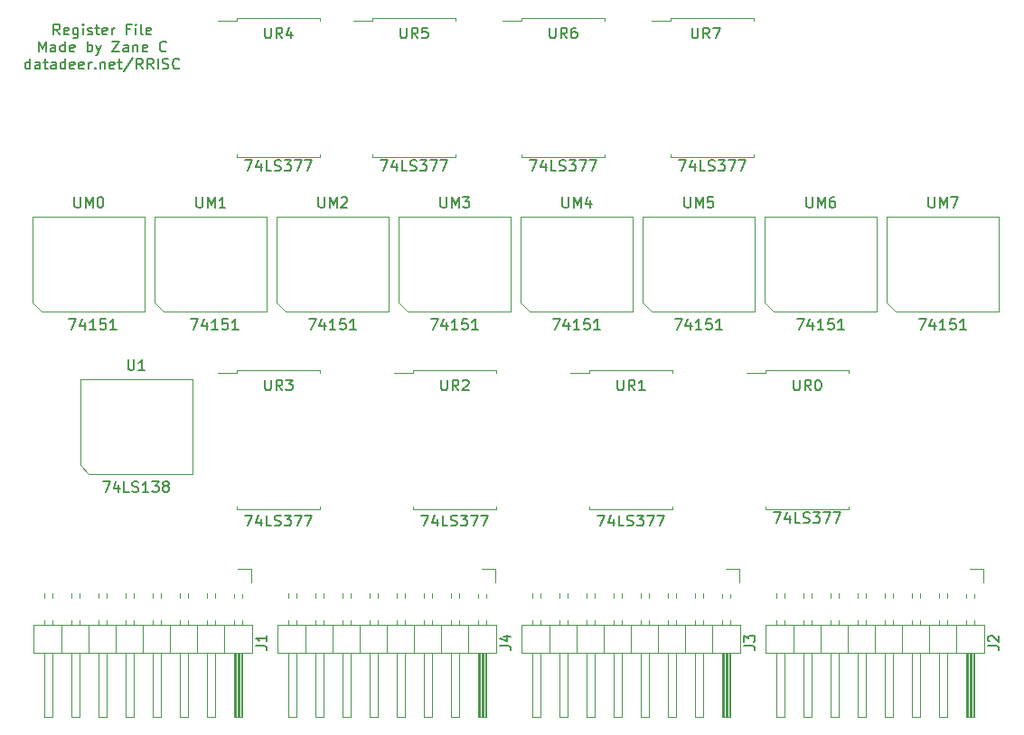
<source format=gbr>
%TF.GenerationSoftware,KiCad,Pcbnew,6.0.6-3a73a75311~116~ubuntu20.04.1*%
%TF.CreationDate,2022-06-25T17:28:11-07:00*%
%TF.ProjectId,RegisterFile,52656769-7374-4657-9246-696c652e6b69,rev?*%
%TF.SameCoordinates,Original*%
%TF.FileFunction,Legend,Top*%
%TF.FilePolarity,Positive*%
%FSLAX46Y46*%
G04 Gerber Fmt 4.6, Leading zero omitted, Abs format (unit mm)*
G04 Created by KiCad (PCBNEW 6.0.6-3a73a75311~116~ubuntu20.04.1) date 2022-06-25 17:28:11*
%MOMM*%
%LPD*%
G01*
G04 APERTURE LIST*
%ADD10C,0.150000*%
%ADD11C,0.120000*%
G04 APERTURE END LIST*
D10*
X101433809Y-69962380D02*
X101100476Y-69486190D01*
X100862380Y-69962380D02*
X100862380Y-68962380D01*
X101243333Y-68962380D01*
X101338571Y-69010000D01*
X101386190Y-69057619D01*
X101433809Y-69152857D01*
X101433809Y-69295714D01*
X101386190Y-69390952D01*
X101338571Y-69438571D01*
X101243333Y-69486190D01*
X100862380Y-69486190D01*
X102243333Y-69914761D02*
X102148095Y-69962380D01*
X101957619Y-69962380D01*
X101862380Y-69914761D01*
X101814761Y-69819523D01*
X101814761Y-69438571D01*
X101862380Y-69343333D01*
X101957619Y-69295714D01*
X102148095Y-69295714D01*
X102243333Y-69343333D01*
X102290952Y-69438571D01*
X102290952Y-69533809D01*
X101814761Y-69629047D01*
X103148095Y-69295714D02*
X103148095Y-70105238D01*
X103100476Y-70200476D01*
X103052857Y-70248095D01*
X102957619Y-70295714D01*
X102814761Y-70295714D01*
X102719523Y-70248095D01*
X103148095Y-69914761D02*
X103052857Y-69962380D01*
X102862380Y-69962380D01*
X102767142Y-69914761D01*
X102719523Y-69867142D01*
X102671904Y-69771904D01*
X102671904Y-69486190D01*
X102719523Y-69390952D01*
X102767142Y-69343333D01*
X102862380Y-69295714D01*
X103052857Y-69295714D01*
X103148095Y-69343333D01*
X103624285Y-69962380D02*
X103624285Y-69295714D01*
X103624285Y-68962380D02*
X103576666Y-69010000D01*
X103624285Y-69057619D01*
X103671904Y-69010000D01*
X103624285Y-68962380D01*
X103624285Y-69057619D01*
X104052857Y-69914761D02*
X104148095Y-69962380D01*
X104338571Y-69962380D01*
X104433809Y-69914761D01*
X104481428Y-69819523D01*
X104481428Y-69771904D01*
X104433809Y-69676666D01*
X104338571Y-69629047D01*
X104195714Y-69629047D01*
X104100476Y-69581428D01*
X104052857Y-69486190D01*
X104052857Y-69438571D01*
X104100476Y-69343333D01*
X104195714Y-69295714D01*
X104338571Y-69295714D01*
X104433809Y-69343333D01*
X104767142Y-69295714D02*
X105148095Y-69295714D01*
X104910000Y-68962380D02*
X104910000Y-69819523D01*
X104957619Y-69914761D01*
X105052857Y-69962380D01*
X105148095Y-69962380D01*
X105862380Y-69914761D02*
X105767142Y-69962380D01*
X105576666Y-69962380D01*
X105481428Y-69914761D01*
X105433809Y-69819523D01*
X105433809Y-69438571D01*
X105481428Y-69343333D01*
X105576666Y-69295714D01*
X105767142Y-69295714D01*
X105862380Y-69343333D01*
X105910000Y-69438571D01*
X105910000Y-69533809D01*
X105433809Y-69629047D01*
X106338571Y-69962380D02*
X106338571Y-69295714D01*
X106338571Y-69486190D02*
X106386190Y-69390952D01*
X106433809Y-69343333D01*
X106529047Y-69295714D01*
X106624285Y-69295714D01*
X108052857Y-69438571D02*
X107719523Y-69438571D01*
X107719523Y-69962380D02*
X107719523Y-68962380D01*
X108195714Y-68962380D01*
X108576666Y-69962380D02*
X108576666Y-69295714D01*
X108576666Y-68962380D02*
X108529047Y-69010000D01*
X108576666Y-69057619D01*
X108624285Y-69010000D01*
X108576666Y-68962380D01*
X108576666Y-69057619D01*
X109195714Y-69962380D02*
X109100476Y-69914761D01*
X109052857Y-69819523D01*
X109052857Y-68962380D01*
X109957619Y-69914761D02*
X109862380Y-69962380D01*
X109671904Y-69962380D01*
X109576666Y-69914761D01*
X109529047Y-69819523D01*
X109529047Y-69438571D01*
X109576666Y-69343333D01*
X109671904Y-69295714D01*
X109862380Y-69295714D01*
X109957619Y-69343333D01*
X110005238Y-69438571D01*
X110005238Y-69533809D01*
X109529047Y-69629047D01*
X99457619Y-71572380D02*
X99457619Y-70572380D01*
X99790952Y-71286666D01*
X100124285Y-70572380D01*
X100124285Y-71572380D01*
X101029047Y-71572380D02*
X101029047Y-71048571D01*
X100981428Y-70953333D01*
X100886190Y-70905714D01*
X100695714Y-70905714D01*
X100600476Y-70953333D01*
X101029047Y-71524761D02*
X100933809Y-71572380D01*
X100695714Y-71572380D01*
X100600476Y-71524761D01*
X100552857Y-71429523D01*
X100552857Y-71334285D01*
X100600476Y-71239047D01*
X100695714Y-71191428D01*
X100933809Y-71191428D01*
X101029047Y-71143809D01*
X101933809Y-71572380D02*
X101933809Y-70572380D01*
X101933809Y-71524761D02*
X101838571Y-71572380D01*
X101648095Y-71572380D01*
X101552857Y-71524761D01*
X101505238Y-71477142D01*
X101457619Y-71381904D01*
X101457619Y-71096190D01*
X101505238Y-71000952D01*
X101552857Y-70953333D01*
X101648095Y-70905714D01*
X101838571Y-70905714D01*
X101933809Y-70953333D01*
X102790952Y-71524761D02*
X102695714Y-71572380D01*
X102505238Y-71572380D01*
X102410000Y-71524761D01*
X102362380Y-71429523D01*
X102362380Y-71048571D01*
X102410000Y-70953333D01*
X102505238Y-70905714D01*
X102695714Y-70905714D01*
X102790952Y-70953333D01*
X102838571Y-71048571D01*
X102838571Y-71143809D01*
X102362380Y-71239047D01*
X104029047Y-71572380D02*
X104029047Y-70572380D01*
X104029047Y-70953333D02*
X104124285Y-70905714D01*
X104314761Y-70905714D01*
X104410000Y-70953333D01*
X104457619Y-71000952D01*
X104505238Y-71096190D01*
X104505238Y-71381904D01*
X104457619Y-71477142D01*
X104410000Y-71524761D01*
X104314761Y-71572380D01*
X104124285Y-71572380D01*
X104029047Y-71524761D01*
X104838571Y-70905714D02*
X105076666Y-71572380D01*
X105314761Y-70905714D02*
X105076666Y-71572380D01*
X104981428Y-71810476D01*
X104933809Y-71858095D01*
X104838571Y-71905714D01*
X106362380Y-70572380D02*
X107029047Y-70572380D01*
X106362380Y-71572380D01*
X107029047Y-71572380D01*
X107838571Y-71572380D02*
X107838571Y-71048571D01*
X107790952Y-70953333D01*
X107695714Y-70905714D01*
X107505238Y-70905714D01*
X107410000Y-70953333D01*
X107838571Y-71524761D02*
X107743333Y-71572380D01*
X107505238Y-71572380D01*
X107410000Y-71524761D01*
X107362380Y-71429523D01*
X107362380Y-71334285D01*
X107410000Y-71239047D01*
X107505238Y-71191428D01*
X107743333Y-71191428D01*
X107838571Y-71143809D01*
X108314761Y-70905714D02*
X108314761Y-71572380D01*
X108314761Y-71000952D02*
X108362380Y-70953333D01*
X108457619Y-70905714D01*
X108600476Y-70905714D01*
X108695714Y-70953333D01*
X108743333Y-71048571D01*
X108743333Y-71572380D01*
X109600476Y-71524761D02*
X109505238Y-71572380D01*
X109314761Y-71572380D01*
X109219523Y-71524761D01*
X109171904Y-71429523D01*
X109171904Y-71048571D01*
X109219523Y-70953333D01*
X109314761Y-70905714D01*
X109505238Y-70905714D01*
X109600476Y-70953333D01*
X109648095Y-71048571D01*
X109648095Y-71143809D01*
X109171904Y-71239047D01*
X111410000Y-71477142D02*
X111362380Y-71524761D01*
X111219523Y-71572380D01*
X111124285Y-71572380D01*
X110981428Y-71524761D01*
X110886190Y-71429523D01*
X110838571Y-71334285D01*
X110790952Y-71143809D01*
X110790952Y-71000952D01*
X110838571Y-70810476D01*
X110886190Y-70715238D01*
X110981428Y-70620000D01*
X111124285Y-70572380D01*
X111219523Y-70572380D01*
X111362380Y-70620000D01*
X111410000Y-70667619D01*
X98671904Y-73182380D02*
X98671904Y-72182380D01*
X98671904Y-73134761D02*
X98576666Y-73182380D01*
X98386190Y-73182380D01*
X98290952Y-73134761D01*
X98243333Y-73087142D01*
X98195714Y-72991904D01*
X98195714Y-72706190D01*
X98243333Y-72610952D01*
X98290952Y-72563333D01*
X98386190Y-72515714D01*
X98576666Y-72515714D01*
X98671904Y-72563333D01*
X99576666Y-73182380D02*
X99576666Y-72658571D01*
X99529047Y-72563333D01*
X99433809Y-72515714D01*
X99243333Y-72515714D01*
X99148095Y-72563333D01*
X99576666Y-73134761D02*
X99481428Y-73182380D01*
X99243333Y-73182380D01*
X99148095Y-73134761D01*
X99100476Y-73039523D01*
X99100476Y-72944285D01*
X99148095Y-72849047D01*
X99243333Y-72801428D01*
X99481428Y-72801428D01*
X99576666Y-72753809D01*
X99910000Y-72515714D02*
X100290952Y-72515714D01*
X100052857Y-72182380D02*
X100052857Y-73039523D01*
X100100476Y-73134761D01*
X100195714Y-73182380D01*
X100290952Y-73182380D01*
X101052857Y-73182380D02*
X101052857Y-72658571D01*
X101005238Y-72563333D01*
X100910000Y-72515714D01*
X100719523Y-72515714D01*
X100624285Y-72563333D01*
X101052857Y-73134761D02*
X100957619Y-73182380D01*
X100719523Y-73182380D01*
X100624285Y-73134761D01*
X100576666Y-73039523D01*
X100576666Y-72944285D01*
X100624285Y-72849047D01*
X100719523Y-72801428D01*
X100957619Y-72801428D01*
X101052857Y-72753809D01*
X101957619Y-73182380D02*
X101957619Y-72182380D01*
X101957619Y-73134761D02*
X101862380Y-73182380D01*
X101671904Y-73182380D01*
X101576666Y-73134761D01*
X101529047Y-73087142D01*
X101481428Y-72991904D01*
X101481428Y-72706190D01*
X101529047Y-72610952D01*
X101576666Y-72563333D01*
X101671904Y-72515714D01*
X101862380Y-72515714D01*
X101957619Y-72563333D01*
X102814761Y-73134761D02*
X102719523Y-73182380D01*
X102529047Y-73182380D01*
X102433809Y-73134761D01*
X102386190Y-73039523D01*
X102386190Y-72658571D01*
X102433809Y-72563333D01*
X102529047Y-72515714D01*
X102719523Y-72515714D01*
X102814761Y-72563333D01*
X102862380Y-72658571D01*
X102862380Y-72753809D01*
X102386190Y-72849047D01*
X103671904Y-73134761D02*
X103576666Y-73182380D01*
X103386190Y-73182380D01*
X103290952Y-73134761D01*
X103243333Y-73039523D01*
X103243333Y-72658571D01*
X103290952Y-72563333D01*
X103386190Y-72515714D01*
X103576666Y-72515714D01*
X103671904Y-72563333D01*
X103719523Y-72658571D01*
X103719523Y-72753809D01*
X103243333Y-72849047D01*
X104148095Y-73182380D02*
X104148095Y-72515714D01*
X104148095Y-72706190D02*
X104195714Y-72610952D01*
X104243333Y-72563333D01*
X104338571Y-72515714D01*
X104433809Y-72515714D01*
X104767142Y-73087142D02*
X104814761Y-73134761D01*
X104767142Y-73182380D01*
X104719523Y-73134761D01*
X104767142Y-73087142D01*
X104767142Y-73182380D01*
X105243333Y-72515714D02*
X105243333Y-73182380D01*
X105243333Y-72610952D02*
X105290952Y-72563333D01*
X105386190Y-72515714D01*
X105529047Y-72515714D01*
X105624285Y-72563333D01*
X105671904Y-72658571D01*
X105671904Y-73182380D01*
X106529047Y-73134761D02*
X106433809Y-73182380D01*
X106243333Y-73182380D01*
X106148095Y-73134761D01*
X106100476Y-73039523D01*
X106100476Y-72658571D01*
X106148095Y-72563333D01*
X106243333Y-72515714D01*
X106433809Y-72515714D01*
X106529047Y-72563333D01*
X106576666Y-72658571D01*
X106576666Y-72753809D01*
X106100476Y-72849047D01*
X106862380Y-72515714D02*
X107243333Y-72515714D01*
X107005238Y-72182380D02*
X107005238Y-73039523D01*
X107052857Y-73134761D01*
X107148095Y-73182380D01*
X107243333Y-73182380D01*
X108290952Y-72134761D02*
X107433809Y-73420476D01*
X109195714Y-73182380D02*
X108862380Y-72706190D01*
X108624285Y-73182380D02*
X108624285Y-72182380D01*
X109005238Y-72182380D01*
X109100476Y-72230000D01*
X109148095Y-72277619D01*
X109195714Y-72372857D01*
X109195714Y-72515714D01*
X109148095Y-72610952D01*
X109100476Y-72658571D01*
X109005238Y-72706190D01*
X108624285Y-72706190D01*
X110195714Y-73182380D02*
X109862380Y-72706190D01*
X109624285Y-73182380D02*
X109624285Y-72182380D01*
X110005238Y-72182380D01*
X110100476Y-72230000D01*
X110148095Y-72277619D01*
X110195714Y-72372857D01*
X110195714Y-72515714D01*
X110148095Y-72610952D01*
X110100476Y-72658571D01*
X110005238Y-72706190D01*
X109624285Y-72706190D01*
X110624285Y-73182380D02*
X110624285Y-72182380D01*
X111052857Y-73134761D02*
X111195714Y-73182380D01*
X111433809Y-73182380D01*
X111529047Y-73134761D01*
X111576666Y-73087142D01*
X111624285Y-72991904D01*
X111624285Y-72896666D01*
X111576666Y-72801428D01*
X111529047Y-72753809D01*
X111433809Y-72706190D01*
X111243333Y-72658571D01*
X111148095Y-72610952D01*
X111100476Y-72563333D01*
X111052857Y-72468095D01*
X111052857Y-72372857D01*
X111100476Y-72277619D01*
X111148095Y-72230000D01*
X111243333Y-72182380D01*
X111481428Y-72182380D01*
X111624285Y-72230000D01*
X112624285Y-73087142D02*
X112576666Y-73134761D01*
X112433809Y-73182380D01*
X112338571Y-73182380D01*
X112195714Y-73134761D01*
X112100476Y-73039523D01*
X112052857Y-72944285D01*
X112005238Y-72753809D01*
X112005238Y-72610952D01*
X112052857Y-72420476D01*
X112100476Y-72325238D01*
X112195714Y-72230000D01*
X112338571Y-72182380D01*
X112433809Y-72182380D01*
X112576666Y-72230000D01*
X112624285Y-72277619D01*
%TO.C,J4*%
X142692380Y-127273333D02*
X143406666Y-127273333D01*
X143549523Y-127320952D01*
X143644761Y-127416190D01*
X143692380Y-127559047D01*
X143692380Y-127654285D01*
X143025714Y-126368571D02*
X143692380Y-126368571D01*
X142644761Y-126606666D02*
X143359047Y-126844761D01*
X143359047Y-126225714D01*
%TO.C,J3*%
X165552380Y-127273333D02*
X166266666Y-127273333D01*
X166409523Y-127320952D01*
X166504761Y-127416190D01*
X166552380Y-127559047D01*
X166552380Y-127654285D01*
X165552380Y-126892380D02*
X165552380Y-126273333D01*
X165933333Y-126606666D01*
X165933333Y-126463809D01*
X165980952Y-126368571D01*
X166028571Y-126320952D01*
X166123809Y-126273333D01*
X166361904Y-126273333D01*
X166457142Y-126320952D01*
X166504761Y-126368571D01*
X166552380Y-126463809D01*
X166552380Y-126749523D01*
X166504761Y-126844761D01*
X166457142Y-126892380D01*
%TO.C,J2*%
X188412380Y-127273333D02*
X189126666Y-127273333D01*
X189269523Y-127320952D01*
X189364761Y-127416190D01*
X189412380Y-127559047D01*
X189412380Y-127654285D01*
X188507619Y-126844761D02*
X188460000Y-126797142D01*
X188412380Y-126701904D01*
X188412380Y-126463809D01*
X188460000Y-126368571D01*
X188507619Y-126320952D01*
X188602857Y-126273333D01*
X188698095Y-126273333D01*
X188840952Y-126320952D01*
X189412380Y-126892380D01*
X189412380Y-126273333D01*
%TO.C,J1*%
X119832380Y-127273333D02*
X120546666Y-127273333D01*
X120689523Y-127320952D01*
X120784761Y-127416190D01*
X120832380Y-127559047D01*
X120832380Y-127654285D01*
X120832380Y-126273333D02*
X120832380Y-126844761D01*
X120832380Y-126559047D02*
X119832380Y-126559047D01*
X119975238Y-126654285D01*
X120070476Y-126749523D01*
X120118095Y-126844761D01*
%TO.C,UR7*%
X160663095Y-69302380D02*
X160663095Y-70111904D01*
X160710714Y-70207142D01*
X160758333Y-70254761D01*
X160853571Y-70302380D01*
X161044047Y-70302380D01*
X161139285Y-70254761D01*
X161186904Y-70207142D01*
X161234523Y-70111904D01*
X161234523Y-69302380D01*
X162282142Y-70302380D02*
X161948809Y-69826190D01*
X161710714Y-70302380D02*
X161710714Y-69302380D01*
X162091666Y-69302380D01*
X162186904Y-69350000D01*
X162234523Y-69397619D01*
X162282142Y-69492857D01*
X162282142Y-69635714D01*
X162234523Y-69730952D01*
X162186904Y-69778571D01*
X162091666Y-69826190D01*
X161710714Y-69826190D01*
X162615476Y-69302380D02*
X163282142Y-69302380D01*
X162853571Y-70302380D01*
X159440952Y-81732380D02*
X160107619Y-81732380D01*
X159679047Y-82732380D01*
X160917142Y-82065714D02*
X160917142Y-82732380D01*
X160679047Y-81684761D02*
X160440952Y-82399047D01*
X161060000Y-82399047D01*
X161917142Y-82732380D02*
X161440952Y-82732380D01*
X161440952Y-81732380D01*
X162202857Y-82684761D02*
X162345714Y-82732380D01*
X162583809Y-82732380D01*
X162679047Y-82684761D01*
X162726666Y-82637142D01*
X162774285Y-82541904D01*
X162774285Y-82446666D01*
X162726666Y-82351428D01*
X162679047Y-82303809D01*
X162583809Y-82256190D01*
X162393333Y-82208571D01*
X162298095Y-82160952D01*
X162250476Y-82113333D01*
X162202857Y-82018095D01*
X162202857Y-81922857D01*
X162250476Y-81827619D01*
X162298095Y-81780000D01*
X162393333Y-81732380D01*
X162631428Y-81732380D01*
X162774285Y-81780000D01*
X163107619Y-81732380D02*
X163726666Y-81732380D01*
X163393333Y-82113333D01*
X163536190Y-82113333D01*
X163631428Y-82160952D01*
X163679047Y-82208571D01*
X163726666Y-82303809D01*
X163726666Y-82541904D01*
X163679047Y-82637142D01*
X163631428Y-82684761D01*
X163536190Y-82732380D01*
X163250476Y-82732380D01*
X163155238Y-82684761D01*
X163107619Y-82637142D01*
X164060000Y-81732380D02*
X164726666Y-81732380D01*
X164298095Y-82732380D01*
X165012380Y-81732380D02*
X165679047Y-81732380D01*
X165250476Y-82732380D01*
%TO.C,UM7*%
X182816666Y-85177380D02*
X182816666Y-85986904D01*
X182864285Y-86082142D01*
X182911904Y-86129761D01*
X183007142Y-86177380D01*
X183197619Y-86177380D01*
X183292857Y-86129761D01*
X183340476Y-86082142D01*
X183388095Y-85986904D01*
X183388095Y-85177380D01*
X183864285Y-86177380D02*
X183864285Y-85177380D01*
X184197619Y-85891666D01*
X184530952Y-85177380D01*
X184530952Y-86177380D01*
X184911904Y-85177380D02*
X185578571Y-85177380D01*
X185150000Y-86177380D01*
X181911904Y-96607380D02*
X182578571Y-96607380D01*
X182150000Y-97607380D01*
X183388095Y-96940714D02*
X183388095Y-97607380D01*
X183150000Y-96559761D02*
X182911904Y-97274047D01*
X183530952Y-97274047D01*
X184435714Y-97607380D02*
X183864285Y-97607380D01*
X184150000Y-97607380D02*
X184150000Y-96607380D01*
X184054761Y-96750238D01*
X183959523Y-96845476D01*
X183864285Y-96893095D01*
X185340476Y-96607380D02*
X184864285Y-96607380D01*
X184816666Y-97083571D01*
X184864285Y-97035952D01*
X184959523Y-96988333D01*
X185197619Y-96988333D01*
X185292857Y-97035952D01*
X185340476Y-97083571D01*
X185388095Y-97178809D01*
X185388095Y-97416904D01*
X185340476Y-97512142D01*
X185292857Y-97559761D01*
X185197619Y-97607380D01*
X184959523Y-97607380D01*
X184864285Y-97559761D01*
X184816666Y-97512142D01*
X186340476Y-97607380D02*
X185769047Y-97607380D01*
X186054761Y-97607380D02*
X186054761Y-96607380D01*
X185959523Y-96750238D01*
X185864285Y-96845476D01*
X185769047Y-96893095D01*
%TO.C,UM2*%
X125666666Y-85177380D02*
X125666666Y-85986904D01*
X125714285Y-86082142D01*
X125761904Y-86129761D01*
X125857142Y-86177380D01*
X126047619Y-86177380D01*
X126142857Y-86129761D01*
X126190476Y-86082142D01*
X126238095Y-85986904D01*
X126238095Y-85177380D01*
X126714285Y-86177380D02*
X126714285Y-85177380D01*
X127047619Y-85891666D01*
X127380952Y-85177380D01*
X127380952Y-86177380D01*
X127809523Y-85272619D02*
X127857142Y-85225000D01*
X127952380Y-85177380D01*
X128190476Y-85177380D01*
X128285714Y-85225000D01*
X128333333Y-85272619D01*
X128380952Y-85367857D01*
X128380952Y-85463095D01*
X128333333Y-85605952D01*
X127761904Y-86177380D01*
X128380952Y-86177380D01*
X124761904Y-96607380D02*
X125428571Y-96607380D01*
X125000000Y-97607380D01*
X126238095Y-96940714D02*
X126238095Y-97607380D01*
X126000000Y-96559761D02*
X125761904Y-97274047D01*
X126380952Y-97274047D01*
X127285714Y-97607380D02*
X126714285Y-97607380D01*
X127000000Y-97607380D02*
X127000000Y-96607380D01*
X126904761Y-96750238D01*
X126809523Y-96845476D01*
X126714285Y-96893095D01*
X128190476Y-96607380D02*
X127714285Y-96607380D01*
X127666666Y-97083571D01*
X127714285Y-97035952D01*
X127809523Y-96988333D01*
X128047619Y-96988333D01*
X128142857Y-97035952D01*
X128190476Y-97083571D01*
X128238095Y-97178809D01*
X128238095Y-97416904D01*
X128190476Y-97512142D01*
X128142857Y-97559761D01*
X128047619Y-97607380D01*
X127809523Y-97607380D01*
X127714285Y-97559761D01*
X127666666Y-97512142D01*
X129190476Y-97607380D02*
X128619047Y-97607380D01*
X128904761Y-97607380D02*
X128904761Y-96607380D01*
X128809523Y-96750238D01*
X128714285Y-96845476D01*
X128619047Y-96893095D01*
%TO.C,UR0*%
X170188095Y-102322380D02*
X170188095Y-103131904D01*
X170235714Y-103227142D01*
X170283333Y-103274761D01*
X170378571Y-103322380D01*
X170569047Y-103322380D01*
X170664285Y-103274761D01*
X170711904Y-103227142D01*
X170759523Y-103131904D01*
X170759523Y-102322380D01*
X171807142Y-103322380D02*
X171473809Y-102846190D01*
X171235714Y-103322380D02*
X171235714Y-102322380D01*
X171616666Y-102322380D01*
X171711904Y-102370000D01*
X171759523Y-102417619D01*
X171807142Y-102512857D01*
X171807142Y-102655714D01*
X171759523Y-102750952D01*
X171711904Y-102798571D01*
X171616666Y-102846190D01*
X171235714Y-102846190D01*
X172426190Y-102322380D02*
X172521428Y-102322380D01*
X172616666Y-102370000D01*
X172664285Y-102417619D01*
X172711904Y-102512857D01*
X172759523Y-102703333D01*
X172759523Y-102941428D01*
X172711904Y-103131904D01*
X172664285Y-103227142D01*
X172616666Y-103274761D01*
X172521428Y-103322380D01*
X172426190Y-103322380D01*
X172330952Y-103274761D01*
X172283333Y-103227142D01*
X172235714Y-103131904D01*
X172188095Y-102941428D01*
X172188095Y-102703333D01*
X172235714Y-102512857D01*
X172283333Y-102417619D01*
X172330952Y-102370000D01*
X172426190Y-102322380D01*
X168330952Y-114752380D02*
X168997619Y-114752380D01*
X168569047Y-115752380D01*
X169807142Y-115085714D02*
X169807142Y-115752380D01*
X169569047Y-114704761D02*
X169330952Y-115419047D01*
X169950000Y-115419047D01*
X170807142Y-115752380D02*
X170330952Y-115752380D01*
X170330952Y-114752380D01*
X171092857Y-115704761D02*
X171235714Y-115752380D01*
X171473809Y-115752380D01*
X171569047Y-115704761D01*
X171616666Y-115657142D01*
X171664285Y-115561904D01*
X171664285Y-115466666D01*
X171616666Y-115371428D01*
X171569047Y-115323809D01*
X171473809Y-115276190D01*
X171283333Y-115228571D01*
X171188095Y-115180952D01*
X171140476Y-115133333D01*
X171092857Y-115038095D01*
X171092857Y-114942857D01*
X171140476Y-114847619D01*
X171188095Y-114800000D01*
X171283333Y-114752380D01*
X171521428Y-114752380D01*
X171664285Y-114800000D01*
X171997619Y-114752380D02*
X172616666Y-114752380D01*
X172283333Y-115133333D01*
X172426190Y-115133333D01*
X172521428Y-115180952D01*
X172569047Y-115228571D01*
X172616666Y-115323809D01*
X172616666Y-115561904D01*
X172569047Y-115657142D01*
X172521428Y-115704761D01*
X172426190Y-115752380D01*
X172140476Y-115752380D01*
X172045238Y-115704761D01*
X171997619Y-115657142D01*
X172950000Y-114752380D02*
X173616666Y-114752380D01*
X173188095Y-115752380D01*
X173902380Y-114752380D02*
X174569047Y-114752380D01*
X174140476Y-115752380D01*
%TO.C,UM1*%
X114236666Y-85177380D02*
X114236666Y-85986904D01*
X114284285Y-86082142D01*
X114331904Y-86129761D01*
X114427142Y-86177380D01*
X114617619Y-86177380D01*
X114712857Y-86129761D01*
X114760476Y-86082142D01*
X114808095Y-85986904D01*
X114808095Y-85177380D01*
X115284285Y-86177380D02*
X115284285Y-85177380D01*
X115617619Y-85891666D01*
X115950952Y-85177380D01*
X115950952Y-86177380D01*
X116950952Y-86177380D02*
X116379523Y-86177380D01*
X116665238Y-86177380D02*
X116665238Y-85177380D01*
X116570000Y-85320238D01*
X116474761Y-85415476D01*
X116379523Y-85463095D01*
X113731904Y-96607380D02*
X114398571Y-96607380D01*
X113970000Y-97607380D01*
X115208095Y-96940714D02*
X115208095Y-97607380D01*
X114970000Y-96559761D02*
X114731904Y-97274047D01*
X115350952Y-97274047D01*
X116255714Y-97607380D02*
X115684285Y-97607380D01*
X115970000Y-97607380D02*
X115970000Y-96607380D01*
X115874761Y-96750238D01*
X115779523Y-96845476D01*
X115684285Y-96893095D01*
X117160476Y-96607380D02*
X116684285Y-96607380D01*
X116636666Y-97083571D01*
X116684285Y-97035952D01*
X116779523Y-96988333D01*
X117017619Y-96988333D01*
X117112857Y-97035952D01*
X117160476Y-97083571D01*
X117208095Y-97178809D01*
X117208095Y-97416904D01*
X117160476Y-97512142D01*
X117112857Y-97559761D01*
X117017619Y-97607380D01*
X116779523Y-97607380D01*
X116684285Y-97559761D01*
X116636666Y-97512142D01*
X118160476Y-97607380D02*
X117589047Y-97607380D01*
X117874761Y-97607380D02*
X117874761Y-96607380D01*
X117779523Y-96750238D01*
X117684285Y-96845476D01*
X117589047Y-96893095D01*
%TO.C,UR3*%
X120658095Y-102322380D02*
X120658095Y-103131904D01*
X120705714Y-103227142D01*
X120753333Y-103274761D01*
X120848571Y-103322380D01*
X121039047Y-103322380D01*
X121134285Y-103274761D01*
X121181904Y-103227142D01*
X121229523Y-103131904D01*
X121229523Y-102322380D01*
X122277142Y-103322380D02*
X121943809Y-102846190D01*
X121705714Y-103322380D02*
X121705714Y-102322380D01*
X122086666Y-102322380D01*
X122181904Y-102370000D01*
X122229523Y-102417619D01*
X122277142Y-102512857D01*
X122277142Y-102655714D01*
X122229523Y-102750952D01*
X122181904Y-102798571D01*
X122086666Y-102846190D01*
X121705714Y-102846190D01*
X122610476Y-102322380D02*
X123229523Y-102322380D01*
X122896190Y-102703333D01*
X123039047Y-102703333D01*
X123134285Y-102750952D01*
X123181904Y-102798571D01*
X123229523Y-102893809D01*
X123229523Y-103131904D01*
X123181904Y-103227142D01*
X123134285Y-103274761D01*
X123039047Y-103322380D01*
X122753333Y-103322380D01*
X122658095Y-103274761D01*
X122610476Y-103227142D01*
X118800952Y-115022380D02*
X119467619Y-115022380D01*
X119039047Y-116022380D01*
X120277142Y-115355714D02*
X120277142Y-116022380D01*
X120039047Y-114974761D02*
X119800952Y-115689047D01*
X120420000Y-115689047D01*
X121277142Y-116022380D02*
X120800952Y-116022380D01*
X120800952Y-115022380D01*
X121562857Y-115974761D02*
X121705714Y-116022380D01*
X121943809Y-116022380D01*
X122039047Y-115974761D01*
X122086666Y-115927142D01*
X122134285Y-115831904D01*
X122134285Y-115736666D01*
X122086666Y-115641428D01*
X122039047Y-115593809D01*
X121943809Y-115546190D01*
X121753333Y-115498571D01*
X121658095Y-115450952D01*
X121610476Y-115403333D01*
X121562857Y-115308095D01*
X121562857Y-115212857D01*
X121610476Y-115117619D01*
X121658095Y-115070000D01*
X121753333Y-115022380D01*
X121991428Y-115022380D01*
X122134285Y-115070000D01*
X122467619Y-115022380D02*
X123086666Y-115022380D01*
X122753333Y-115403333D01*
X122896190Y-115403333D01*
X122991428Y-115450952D01*
X123039047Y-115498571D01*
X123086666Y-115593809D01*
X123086666Y-115831904D01*
X123039047Y-115927142D01*
X122991428Y-115974761D01*
X122896190Y-116022380D01*
X122610476Y-116022380D01*
X122515238Y-115974761D01*
X122467619Y-115927142D01*
X123420000Y-115022380D02*
X124086666Y-115022380D01*
X123658095Y-116022380D01*
X124372380Y-115022380D02*
X125039047Y-115022380D01*
X124610476Y-116022380D01*
%TO.C,UM6*%
X171386666Y-85177380D02*
X171386666Y-85986904D01*
X171434285Y-86082142D01*
X171481904Y-86129761D01*
X171577142Y-86177380D01*
X171767619Y-86177380D01*
X171862857Y-86129761D01*
X171910476Y-86082142D01*
X171958095Y-85986904D01*
X171958095Y-85177380D01*
X172434285Y-86177380D02*
X172434285Y-85177380D01*
X172767619Y-85891666D01*
X173100952Y-85177380D01*
X173100952Y-86177380D01*
X174005714Y-85177380D02*
X173815238Y-85177380D01*
X173720000Y-85225000D01*
X173672380Y-85272619D01*
X173577142Y-85415476D01*
X173529523Y-85605952D01*
X173529523Y-85986904D01*
X173577142Y-86082142D01*
X173624761Y-86129761D01*
X173720000Y-86177380D01*
X173910476Y-86177380D01*
X174005714Y-86129761D01*
X174053333Y-86082142D01*
X174100952Y-85986904D01*
X174100952Y-85748809D01*
X174053333Y-85653571D01*
X174005714Y-85605952D01*
X173910476Y-85558333D01*
X173720000Y-85558333D01*
X173624761Y-85605952D01*
X173577142Y-85653571D01*
X173529523Y-85748809D01*
X170481904Y-96607380D02*
X171148571Y-96607380D01*
X170720000Y-97607380D01*
X171958095Y-96940714D02*
X171958095Y-97607380D01*
X171720000Y-96559761D02*
X171481904Y-97274047D01*
X172100952Y-97274047D01*
X173005714Y-97607380D02*
X172434285Y-97607380D01*
X172720000Y-97607380D02*
X172720000Y-96607380D01*
X172624761Y-96750238D01*
X172529523Y-96845476D01*
X172434285Y-96893095D01*
X173910476Y-96607380D02*
X173434285Y-96607380D01*
X173386666Y-97083571D01*
X173434285Y-97035952D01*
X173529523Y-96988333D01*
X173767619Y-96988333D01*
X173862857Y-97035952D01*
X173910476Y-97083571D01*
X173958095Y-97178809D01*
X173958095Y-97416904D01*
X173910476Y-97512142D01*
X173862857Y-97559761D01*
X173767619Y-97607380D01*
X173529523Y-97607380D01*
X173434285Y-97559761D01*
X173386666Y-97512142D01*
X174910476Y-97607380D02*
X174339047Y-97607380D01*
X174624761Y-97607380D02*
X174624761Y-96607380D01*
X174529523Y-96750238D01*
X174434285Y-96845476D01*
X174339047Y-96893095D01*
%TO.C,UR2*%
X137168095Y-102322380D02*
X137168095Y-103131904D01*
X137215714Y-103227142D01*
X137263333Y-103274761D01*
X137358571Y-103322380D01*
X137549047Y-103322380D01*
X137644285Y-103274761D01*
X137691904Y-103227142D01*
X137739523Y-103131904D01*
X137739523Y-102322380D01*
X138787142Y-103322380D02*
X138453809Y-102846190D01*
X138215714Y-103322380D02*
X138215714Y-102322380D01*
X138596666Y-102322380D01*
X138691904Y-102370000D01*
X138739523Y-102417619D01*
X138787142Y-102512857D01*
X138787142Y-102655714D01*
X138739523Y-102750952D01*
X138691904Y-102798571D01*
X138596666Y-102846190D01*
X138215714Y-102846190D01*
X139168095Y-102417619D02*
X139215714Y-102370000D01*
X139310952Y-102322380D01*
X139549047Y-102322380D01*
X139644285Y-102370000D01*
X139691904Y-102417619D01*
X139739523Y-102512857D01*
X139739523Y-102608095D01*
X139691904Y-102750952D01*
X139120476Y-103322380D01*
X139739523Y-103322380D01*
X135310952Y-115022380D02*
X135977619Y-115022380D01*
X135549047Y-116022380D01*
X136787142Y-115355714D02*
X136787142Y-116022380D01*
X136549047Y-114974761D02*
X136310952Y-115689047D01*
X136930000Y-115689047D01*
X137787142Y-116022380D02*
X137310952Y-116022380D01*
X137310952Y-115022380D01*
X138072857Y-115974761D02*
X138215714Y-116022380D01*
X138453809Y-116022380D01*
X138549047Y-115974761D01*
X138596666Y-115927142D01*
X138644285Y-115831904D01*
X138644285Y-115736666D01*
X138596666Y-115641428D01*
X138549047Y-115593809D01*
X138453809Y-115546190D01*
X138263333Y-115498571D01*
X138168095Y-115450952D01*
X138120476Y-115403333D01*
X138072857Y-115308095D01*
X138072857Y-115212857D01*
X138120476Y-115117619D01*
X138168095Y-115070000D01*
X138263333Y-115022380D01*
X138501428Y-115022380D01*
X138644285Y-115070000D01*
X138977619Y-115022380D02*
X139596666Y-115022380D01*
X139263333Y-115403333D01*
X139406190Y-115403333D01*
X139501428Y-115450952D01*
X139549047Y-115498571D01*
X139596666Y-115593809D01*
X139596666Y-115831904D01*
X139549047Y-115927142D01*
X139501428Y-115974761D01*
X139406190Y-116022380D01*
X139120476Y-116022380D01*
X139025238Y-115974761D01*
X138977619Y-115927142D01*
X139930000Y-115022380D02*
X140596666Y-115022380D01*
X140168095Y-116022380D01*
X140882380Y-115022380D02*
X141549047Y-115022380D01*
X141120476Y-116022380D01*
%TO.C,UR6*%
X147328095Y-69302380D02*
X147328095Y-70111904D01*
X147375714Y-70207142D01*
X147423333Y-70254761D01*
X147518571Y-70302380D01*
X147709047Y-70302380D01*
X147804285Y-70254761D01*
X147851904Y-70207142D01*
X147899523Y-70111904D01*
X147899523Y-69302380D01*
X148947142Y-70302380D02*
X148613809Y-69826190D01*
X148375714Y-70302380D02*
X148375714Y-69302380D01*
X148756666Y-69302380D01*
X148851904Y-69350000D01*
X148899523Y-69397619D01*
X148947142Y-69492857D01*
X148947142Y-69635714D01*
X148899523Y-69730952D01*
X148851904Y-69778571D01*
X148756666Y-69826190D01*
X148375714Y-69826190D01*
X149804285Y-69302380D02*
X149613809Y-69302380D01*
X149518571Y-69350000D01*
X149470952Y-69397619D01*
X149375714Y-69540476D01*
X149328095Y-69730952D01*
X149328095Y-70111904D01*
X149375714Y-70207142D01*
X149423333Y-70254761D01*
X149518571Y-70302380D01*
X149709047Y-70302380D01*
X149804285Y-70254761D01*
X149851904Y-70207142D01*
X149899523Y-70111904D01*
X149899523Y-69873809D01*
X149851904Y-69778571D01*
X149804285Y-69730952D01*
X149709047Y-69683333D01*
X149518571Y-69683333D01*
X149423333Y-69730952D01*
X149375714Y-69778571D01*
X149328095Y-69873809D01*
X145470952Y-81732380D02*
X146137619Y-81732380D01*
X145709047Y-82732380D01*
X146947142Y-82065714D02*
X146947142Y-82732380D01*
X146709047Y-81684761D02*
X146470952Y-82399047D01*
X147090000Y-82399047D01*
X147947142Y-82732380D02*
X147470952Y-82732380D01*
X147470952Y-81732380D01*
X148232857Y-82684761D02*
X148375714Y-82732380D01*
X148613809Y-82732380D01*
X148709047Y-82684761D01*
X148756666Y-82637142D01*
X148804285Y-82541904D01*
X148804285Y-82446666D01*
X148756666Y-82351428D01*
X148709047Y-82303809D01*
X148613809Y-82256190D01*
X148423333Y-82208571D01*
X148328095Y-82160952D01*
X148280476Y-82113333D01*
X148232857Y-82018095D01*
X148232857Y-81922857D01*
X148280476Y-81827619D01*
X148328095Y-81780000D01*
X148423333Y-81732380D01*
X148661428Y-81732380D01*
X148804285Y-81780000D01*
X149137619Y-81732380D02*
X149756666Y-81732380D01*
X149423333Y-82113333D01*
X149566190Y-82113333D01*
X149661428Y-82160952D01*
X149709047Y-82208571D01*
X149756666Y-82303809D01*
X149756666Y-82541904D01*
X149709047Y-82637142D01*
X149661428Y-82684761D01*
X149566190Y-82732380D01*
X149280476Y-82732380D01*
X149185238Y-82684761D01*
X149137619Y-82637142D01*
X150090000Y-81732380D02*
X150756666Y-81732380D01*
X150328095Y-82732380D01*
X151042380Y-81732380D02*
X151709047Y-81732380D01*
X151280476Y-82732380D01*
%TO.C,U1*%
X107823095Y-100417380D02*
X107823095Y-101226904D01*
X107870714Y-101322142D01*
X107918333Y-101369761D01*
X108013571Y-101417380D01*
X108204047Y-101417380D01*
X108299285Y-101369761D01*
X108346904Y-101322142D01*
X108394523Y-101226904D01*
X108394523Y-100417380D01*
X109394523Y-101417380D02*
X108823095Y-101417380D01*
X109108809Y-101417380D02*
X109108809Y-100417380D01*
X109013571Y-100560238D01*
X108918333Y-100655476D01*
X108823095Y-100703095D01*
X105465952Y-111847380D02*
X106132619Y-111847380D01*
X105704047Y-112847380D01*
X106942142Y-112180714D02*
X106942142Y-112847380D01*
X106704047Y-111799761D02*
X106465952Y-112514047D01*
X107085000Y-112514047D01*
X107942142Y-112847380D02*
X107465952Y-112847380D01*
X107465952Y-111847380D01*
X108227857Y-112799761D02*
X108370714Y-112847380D01*
X108608809Y-112847380D01*
X108704047Y-112799761D01*
X108751666Y-112752142D01*
X108799285Y-112656904D01*
X108799285Y-112561666D01*
X108751666Y-112466428D01*
X108704047Y-112418809D01*
X108608809Y-112371190D01*
X108418333Y-112323571D01*
X108323095Y-112275952D01*
X108275476Y-112228333D01*
X108227857Y-112133095D01*
X108227857Y-112037857D01*
X108275476Y-111942619D01*
X108323095Y-111895000D01*
X108418333Y-111847380D01*
X108656428Y-111847380D01*
X108799285Y-111895000D01*
X109751666Y-112847380D02*
X109180238Y-112847380D01*
X109465952Y-112847380D02*
X109465952Y-111847380D01*
X109370714Y-111990238D01*
X109275476Y-112085476D01*
X109180238Y-112133095D01*
X110085000Y-111847380D02*
X110704047Y-111847380D01*
X110370714Y-112228333D01*
X110513571Y-112228333D01*
X110608809Y-112275952D01*
X110656428Y-112323571D01*
X110704047Y-112418809D01*
X110704047Y-112656904D01*
X110656428Y-112752142D01*
X110608809Y-112799761D01*
X110513571Y-112847380D01*
X110227857Y-112847380D01*
X110132619Y-112799761D01*
X110085000Y-112752142D01*
X111275476Y-112275952D02*
X111180238Y-112228333D01*
X111132619Y-112180714D01*
X111085000Y-112085476D01*
X111085000Y-112037857D01*
X111132619Y-111942619D01*
X111180238Y-111895000D01*
X111275476Y-111847380D01*
X111465952Y-111847380D01*
X111561190Y-111895000D01*
X111608809Y-111942619D01*
X111656428Y-112037857D01*
X111656428Y-112085476D01*
X111608809Y-112180714D01*
X111561190Y-112228333D01*
X111465952Y-112275952D01*
X111275476Y-112275952D01*
X111180238Y-112323571D01*
X111132619Y-112371190D01*
X111085000Y-112466428D01*
X111085000Y-112656904D01*
X111132619Y-112752142D01*
X111180238Y-112799761D01*
X111275476Y-112847380D01*
X111465952Y-112847380D01*
X111561190Y-112799761D01*
X111608809Y-112752142D01*
X111656428Y-112656904D01*
X111656428Y-112466428D01*
X111608809Y-112371190D01*
X111561190Y-112323571D01*
X111465952Y-112275952D01*
%TO.C,UR1*%
X153678095Y-102322380D02*
X153678095Y-103131904D01*
X153725714Y-103227142D01*
X153773333Y-103274761D01*
X153868571Y-103322380D01*
X154059047Y-103322380D01*
X154154285Y-103274761D01*
X154201904Y-103227142D01*
X154249523Y-103131904D01*
X154249523Y-102322380D01*
X155297142Y-103322380D02*
X154963809Y-102846190D01*
X154725714Y-103322380D02*
X154725714Y-102322380D01*
X155106666Y-102322380D01*
X155201904Y-102370000D01*
X155249523Y-102417619D01*
X155297142Y-102512857D01*
X155297142Y-102655714D01*
X155249523Y-102750952D01*
X155201904Y-102798571D01*
X155106666Y-102846190D01*
X154725714Y-102846190D01*
X156249523Y-103322380D02*
X155678095Y-103322380D01*
X155963809Y-103322380D02*
X155963809Y-102322380D01*
X155868571Y-102465238D01*
X155773333Y-102560476D01*
X155678095Y-102608095D01*
X151820952Y-115022380D02*
X152487619Y-115022380D01*
X152059047Y-116022380D01*
X153297142Y-115355714D02*
X153297142Y-116022380D01*
X153059047Y-114974761D02*
X152820952Y-115689047D01*
X153440000Y-115689047D01*
X154297142Y-116022380D02*
X153820952Y-116022380D01*
X153820952Y-115022380D01*
X154582857Y-115974761D02*
X154725714Y-116022380D01*
X154963809Y-116022380D01*
X155059047Y-115974761D01*
X155106666Y-115927142D01*
X155154285Y-115831904D01*
X155154285Y-115736666D01*
X155106666Y-115641428D01*
X155059047Y-115593809D01*
X154963809Y-115546190D01*
X154773333Y-115498571D01*
X154678095Y-115450952D01*
X154630476Y-115403333D01*
X154582857Y-115308095D01*
X154582857Y-115212857D01*
X154630476Y-115117619D01*
X154678095Y-115070000D01*
X154773333Y-115022380D01*
X155011428Y-115022380D01*
X155154285Y-115070000D01*
X155487619Y-115022380D02*
X156106666Y-115022380D01*
X155773333Y-115403333D01*
X155916190Y-115403333D01*
X156011428Y-115450952D01*
X156059047Y-115498571D01*
X156106666Y-115593809D01*
X156106666Y-115831904D01*
X156059047Y-115927142D01*
X156011428Y-115974761D01*
X155916190Y-116022380D01*
X155630476Y-116022380D01*
X155535238Y-115974761D01*
X155487619Y-115927142D01*
X156440000Y-115022380D02*
X157106666Y-115022380D01*
X156678095Y-116022380D01*
X157392380Y-115022380D02*
X158059047Y-115022380D01*
X157630476Y-116022380D01*
%TO.C,UR4*%
X120658095Y-69302380D02*
X120658095Y-70111904D01*
X120705714Y-70207142D01*
X120753333Y-70254761D01*
X120848571Y-70302380D01*
X121039047Y-70302380D01*
X121134285Y-70254761D01*
X121181904Y-70207142D01*
X121229523Y-70111904D01*
X121229523Y-69302380D01*
X122277142Y-70302380D02*
X121943809Y-69826190D01*
X121705714Y-70302380D02*
X121705714Y-69302380D01*
X122086666Y-69302380D01*
X122181904Y-69350000D01*
X122229523Y-69397619D01*
X122277142Y-69492857D01*
X122277142Y-69635714D01*
X122229523Y-69730952D01*
X122181904Y-69778571D01*
X122086666Y-69826190D01*
X121705714Y-69826190D01*
X123134285Y-69635714D02*
X123134285Y-70302380D01*
X122896190Y-69254761D02*
X122658095Y-69969047D01*
X123277142Y-69969047D01*
X118800952Y-81732380D02*
X119467619Y-81732380D01*
X119039047Y-82732380D01*
X120277142Y-82065714D02*
X120277142Y-82732380D01*
X120039047Y-81684761D02*
X119800952Y-82399047D01*
X120420000Y-82399047D01*
X121277142Y-82732380D02*
X120800952Y-82732380D01*
X120800952Y-81732380D01*
X121562857Y-82684761D02*
X121705714Y-82732380D01*
X121943809Y-82732380D01*
X122039047Y-82684761D01*
X122086666Y-82637142D01*
X122134285Y-82541904D01*
X122134285Y-82446666D01*
X122086666Y-82351428D01*
X122039047Y-82303809D01*
X121943809Y-82256190D01*
X121753333Y-82208571D01*
X121658095Y-82160952D01*
X121610476Y-82113333D01*
X121562857Y-82018095D01*
X121562857Y-81922857D01*
X121610476Y-81827619D01*
X121658095Y-81780000D01*
X121753333Y-81732380D01*
X121991428Y-81732380D01*
X122134285Y-81780000D01*
X122467619Y-81732380D02*
X123086666Y-81732380D01*
X122753333Y-82113333D01*
X122896190Y-82113333D01*
X122991428Y-82160952D01*
X123039047Y-82208571D01*
X123086666Y-82303809D01*
X123086666Y-82541904D01*
X123039047Y-82637142D01*
X122991428Y-82684761D01*
X122896190Y-82732380D01*
X122610476Y-82732380D01*
X122515238Y-82684761D01*
X122467619Y-82637142D01*
X123420000Y-81732380D02*
X124086666Y-81732380D01*
X123658095Y-82732380D01*
X124372380Y-81732380D02*
X125039047Y-81732380D01*
X124610476Y-82732380D01*
%TO.C,UM5*%
X159956666Y-85177380D02*
X159956666Y-85986904D01*
X160004285Y-86082142D01*
X160051904Y-86129761D01*
X160147142Y-86177380D01*
X160337619Y-86177380D01*
X160432857Y-86129761D01*
X160480476Y-86082142D01*
X160528095Y-85986904D01*
X160528095Y-85177380D01*
X161004285Y-86177380D02*
X161004285Y-85177380D01*
X161337619Y-85891666D01*
X161670952Y-85177380D01*
X161670952Y-86177380D01*
X162623333Y-85177380D02*
X162147142Y-85177380D01*
X162099523Y-85653571D01*
X162147142Y-85605952D01*
X162242380Y-85558333D01*
X162480476Y-85558333D01*
X162575714Y-85605952D01*
X162623333Y-85653571D01*
X162670952Y-85748809D01*
X162670952Y-85986904D01*
X162623333Y-86082142D01*
X162575714Y-86129761D01*
X162480476Y-86177380D01*
X162242380Y-86177380D01*
X162147142Y-86129761D01*
X162099523Y-86082142D01*
X159051904Y-96607380D02*
X159718571Y-96607380D01*
X159290000Y-97607380D01*
X160528095Y-96940714D02*
X160528095Y-97607380D01*
X160290000Y-96559761D02*
X160051904Y-97274047D01*
X160670952Y-97274047D01*
X161575714Y-97607380D02*
X161004285Y-97607380D01*
X161290000Y-97607380D02*
X161290000Y-96607380D01*
X161194761Y-96750238D01*
X161099523Y-96845476D01*
X161004285Y-96893095D01*
X162480476Y-96607380D02*
X162004285Y-96607380D01*
X161956666Y-97083571D01*
X162004285Y-97035952D01*
X162099523Y-96988333D01*
X162337619Y-96988333D01*
X162432857Y-97035952D01*
X162480476Y-97083571D01*
X162528095Y-97178809D01*
X162528095Y-97416904D01*
X162480476Y-97512142D01*
X162432857Y-97559761D01*
X162337619Y-97607380D01*
X162099523Y-97607380D01*
X162004285Y-97559761D01*
X161956666Y-97512142D01*
X163480476Y-97607380D02*
X162909047Y-97607380D01*
X163194761Y-97607380D02*
X163194761Y-96607380D01*
X163099523Y-96750238D01*
X163004285Y-96845476D01*
X162909047Y-96893095D01*
%TO.C,UM3*%
X137096666Y-85177380D02*
X137096666Y-85986904D01*
X137144285Y-86082142D01*
X137191904Y-86129761D01*
X137287142Y-86177380D01*
X137477619Y-86177380D01*
X137572857Y-86129761D01*
X137620476Y-86082142D01*
X137668095Y-85986904D01*
X137668095Y-85177380D01*
X138144285Y-86177380D02*
X138144285Y-85177380D01*
X138477619Y-85891666D01*
X138810952Y-85177380D01*
X138810952Y-86177380D01*
X139191904Y-85177380D02*
X139810952Y-85177380D01*
X139477619Y-85558333D01*
X139620476Y-85558333D01*
X139715714Y-85605952D01*
X139763333Y-85653571D01*
X139810952Y-85748809D01*
X139810952Y-85986904D01*
X139763333Y-86082142D01*
X139715714Y-86129761D01*
X139620476Y-86177380D01*
X139334761Y-86177380D01*
X139239523Y-86129761D01*
X139191904Y-86082142D01*
X136191904Y-96607380D02*
X136858571Y-96607380D01*
X136430000Y-97607380D01*
X137668095Y-96940714D02*
X137668095Y-97607380D01*
X137430000Y-96559761D02*
X137191904Y-97274047D01*
X137810952Y-97274047D01*
X138715714Y-97607380D02*
X138144285Y-97607380D01*
X138430000Y-97607380D02*
X138430000Y-96607380D01*
X138334761Y-96750238D01*
X138239523Y-96845476D01*
X138144285Y-96893095D01*
X139620476Y-96607380D02*
X139144285Y-96607380D01*
X139096666Y-97083571D01*
X139144285Y-97035952D01*
X139239523Y-96988333D01*
X139477619Y-96988333D01*
X139572857Y-97035952D01*
X139620476Y-97083571D01*
X139668095Y-97178809D01*
X139668095Y-97416904D01*
X139620476Y-97512142D01*
X139572857Y-97559761D01*
X139477619Y-97607380D01*
X139239523Y-97607380D01*
X139144285Y-97559761D01*
X139096666Y-97512142D01*
X140620476Y-97607380D02*
X140049047Y-97607380D01*
X140334761Y-97607380D02*
X140334761Y-96607380D01*
X140239523Y-96750238D01*
X140144285Y-96845476D01*
X140049047Y-96893095D01*
%TO.C,UM4*%
X148526666Y-85177380D02*
X148526666Y-85986904D01*
X148574285Y-86082142D01*
X148621904Y-86129761D01*
X148717142Y-86177380D01*
X148907619Y-86177380D01*
X149002857Y-86129761D01*
X149050476Y-86082142D01*
X149098095Y-85986904D01*
X149098095Y-85177380D01*
X149574285Y-86177380D02*
X149574285Y-85177380D01*
X149907619Y-85891666D01*
X150240952Y-85177380D01*
X150240952Y-86177380D01*
X151145714Y-85510714D02*
X151145714Y-86177380D01*
X150907619Y-85129761D02*
X150669523Y-85844047D01*
X151288571Y-85844047D01*
X147621904Y-96607380D02*
X148288571Y-96607380D01*
X147860000Y-97607380D01*
X149098095Y-96940714D02*
X149098095Y-97607380D01*
X148860000Y-96559761D02*
X148621904Y-97274047D01*
X149240952Y-97274047D01*
X150145714Y-97607380D02*
X149574285Y-97607380D01*
X149860000Y-97607380D02*
X149860000Y-96607380D01*
X149764761Y-96750238D01*
X149669523Y-96845476D01*
X149574285Y-96893095D01*
X151050476Y-96607380D02*
X150574285Y-96607380D01*
X150526666Y-97083571D01*
X150574285Y-97035952D01*
X150669523Y-96988333D01*
X150907619Y-96988333D01*
X151002857Y-97035952D01*
X151050476Y-97083571D01*
X151098095Y-97178809D01*
X151098095Y-97416904D01*
X151050476Y-97512142D01*
X151002857Y-97559761D01*
X150907619Y-97607380D01*
X150669523Y-97607380D01*
X150574285Y-97559761D01*
X150526666Y-97512142D01*
X152050476Y-97607380D02*
X151479047Y-97607380D01*
X151764761Y-97607380D02*
X151764761Y-96607380D01*
X151669523Y-96750238D01*
X151574285Y-96845476D01*
X151479047Y-96893095D01*
%TO.C,UM0*%
X102806666Y-85177380D02*
X102806666Y-85986904D01*
X102854285Y-86082142D01*
X102901904Y-86129761D01*
X102997142Y-86177380D01*
X103187619Y-86177380D01*
X103282857Y-86129761D01*
X103330476Y-86082142D01*
X103378095Y-85986904D01*
X103378095Y-85177380D01*
X103854285Y-86177380D02*
X103854285Y-85177380D01*
X104187619Y-85891666D01*
X104520952Y-85177380D01*
X104520952Y-86177380D01*
X105187619Y-85177380D02*
X105282857Y-85177380D01*
X105378095Y-85225000D01*
X105425714Y-85272619D01*
X105473333Y-85367857D01*
X105520952Y-85558333D01*
X105520952Y-85796428D01*
X105473333Y-85986904D01*
X105425714Y-86082142D01*
X105378095Y-86129761D01*
X105282857Y-86177380D01*
X105187619Y-86177380D01*
X105092380Y-86129761D01*
X105044761Y-86082142D01*
X104997142Y-85986904D01*
X104949523Y-85796428D01*
X104949523Y-85558333D01*
X104997142Y-85367857D01*
X105044761Y-85272619D01*
X105092380Y-85225000D01*
X105187619Y-85177380D01*
X102301904Y-96607380D02*
X102968571Y-96607380D01*
X102540000Y-97607380D01*
X103778095Y-96940714D02*
X103778095Y-97607380D01*
X103540000Y-96559761D02*
X103301904Y-97274047D01*
X103920952Y-97274047D01*
X104825714Y-97607380D02*
X104254285Y-97607380D01*
X104540000Y-97607380D02*
X104540000Y-96607380D01*
X104444761Y-96750238D01*
X104349523Y-96845476D01*
X104254285Y-96893095D01*
X105730476Y-96607380D02*
X105254285Y-96607380D01*
X105206666Y-97083571D01*
X105254285Y-97035952D01*
X105349523Y-96988333D01*
X105587619Y-96988333D01*
X105682857Y-97035952D01*
X105730476Y-97083571D01*
X105778095Y-97178809D01*
X105778095Y-97416904D01*
X105730476Y-97512142D01*
X105682857Y-97559761D01*
X105587619Y-97607380D01*
X105349523Y-97607380D01*
X105254285Y-97559761D01*
X105206666Y-97512142D01*
X106730476Y-97607380D02*
X106159047Y-97607380D01*
X106444761Y-97607380D02*
X106444761Y-96607380D01*
X106349523Y-96750238D01*
X106254285Y-96845476D01*
X106159047Y-96893095D01*
%TO.C,UR5*%
X133358095Y-69302380D02*
X133358095Y-70111904D01*
X133405714Y-70207142D01*
X133453333Y-70254761D01*
X133548571Y-70302380D01*
X133739047Y-70302380D01*
X133834285Y-70254761D01*
X133881904Y-70207142D01*
X133929523Y-70111904D01*
X133929523Y-69302380D01*
X134977142Y-70302380D02*
X134643809Y-69826190D01*
X134405714Y-70302380D02*
X134405714Y-69302380D01*
X134786666Y-69302380D01*
X134881904Y-69350000D01*
X134929523Y-69397619D01*
X134977142Y-69492857D01*
X134977142Y-69635714D01*
X134929523Y-69730952D01*
X134881904Y-69778571D01*
X134786666Y-69826190D01*
X134405714Y-69826190D01*
X135881904Y-69302380D02*
X135405714Y-69302380D01*
X135358095Y-69778571D01*
X135405714Y-69730952D01*
X135500952Y-69683333D01*
X135739047Y-69683333D01*
X135834285Y-69730952D01*
X135881904Y-69778571D01*
X135929523Y-69873809D01*
X135929523Y-70111904D01*
X135881904Y-70207142D01*
X135834285Y-70254761D01*
X135739047Y-70302380D01*
X135500952Y-70302380D01*
X135405714Y-70254761D01*
X135358095Y-70207142D01*
X131500952Y-81732380D02*
X132167619Y-81732380D01*
X131739047Y-82732380D01*
X132977142Y-82065714D02*
X132977142Y-82732380D01*
X132739047Y-81684761D02*
X132500952Y-82399047D01*
X133120000Y-82399047D01*
X133977142Y-82732380D02*
X133500952Y-82732380D01*
X133500952Y-81732380D01*
X134262857Y-82684761D02*
X134405714Y-82732380D01*
X134643809Y-82732380D01*
X134739047Y-82684761D01*
X134786666Y-82637142D01*
X134834285Y-82541904D01*
X134834285Y-82446666D01*
X134786666Y-82351428D01*
X134739047Y-82303809D01*
X134643809Y-82256190D01*
X134453333Y-82208571D01*
X134358095Y-82160952D01*
X134310476Y-82113333D01*
X134262857Y-82018095D01*
X134262857Y-81922857D01*
X134310476Y-81827619D01*
X134358095Y-81780000D01*
X134453333Y-81732380D01*
X134691428Y-81732380D01*
X134834285Y-81780000D01*
X135167619Y-81732380D02*
X135786666Y-81732380D01*
X135453333Y-82113333D01*
X135596190Y-82113333D01*
X135691428Y-82160952D01*
X135739047Y-82208571D01*
X135786666Y-82303809D01*
X135786666Y-82541904D01*
X135739047Y-82637142D01*
X135691428Y-82684761D01*
X135596190Y-82732380D01*
X135310476Y-82732380D01*
X135215238Y-82684761D01*
X135167619Y-82637142D01*
X136120000Y-81732380D02*
X136786666Y-81732380D01*
X136358095Y-82732380D01*
X137072380Y-81732380D02*
X137739047Y-81732380D01*
X137310476Y-82732380D01*
D11*
%TO.C,J4*%
X132970000Y-133925000D02*
X132970000Y-127925000D01*
X128650000Y-127925000D02*
X128650000Y-133925000D01*
X130430000Y-122327929D02*
X130430000Y-122782071D01*
X138810000Y-124867929D02*
X138810000Y-125265000D01*
X141350000Y-133925000D02*
X140590000Y-133925000D01*
X126110000Y-127925000D02*
X126110000Y-133925000D01*
X138050000Y-124867929D02*
X138050000Y-125265000D01*
X140970000Y-120015000D02*
X142240000Y-120015000D01*
X131190000Y-122327929D02*
X131190000Y-122782071D01*
X121860000Y-127925000D02*
X142300000Y-127925000D01*
X121860000Y-125265000D02*
X121860000Y-127925000D01*
X131190000Y-127925000D02*
X131190000Y-133925000D01*
X126110000Y-122327929D02*
X126110000Y-122782071D01*
X126110000Y-124867929D02*
X126110000Y-125265000D01*
X132080000Y-125265000D02*
X132080000Y-127925000D01*
X129540000Y-125265000D02*
X129540000Y-127925000D01*
X127890000Y-133925000D02*
X127890000Y-127925000D01*
X124460000Y-125265000D02*
X124460000Y-127925000D01*
X138050000Y-133925000D02*
X138050000Y-127925000D01*
X128650000Y-124867929D02*
X128650000Y-125265000D01*
X135510000Y-122327929D02*
X135510000Y-122782071D01*
X141350000Y-122395000D02*
X141350000Y-122782071D01*
X123570000Y-127925000D02*
X123570000Y-133925000D01*
X140590000Y-124867929D02*
X140590000Y-125265000D01*
X141350000Y-127925000D02*
X141350000Y-133925000D01*
X133730000Y-127925000D02*
X133730000Y-133925000D01*
X128650000Y-122327929D02*
X128650000Y-122782071D01*
X142300000Y-125265000D02*
X121860000Y-125265000D01*
X122810000Y-133925000D02*
X122810000Y-127925000D01*
X140810000Y-127925000D02*
X140810000Y-133925000D01*
X136270000Y-122327929D02*
X136270000Y-122782071D01*
X130430000Y-133925000D02*
X130430000Y-127925000D01*
X141170000Y-127925000D02*
X141170000Y-133925000D01*
X132970000Y-122327929D02*
X132970000Y-122782071D01*
X131190000Y-124867929D02*
X131190000Y-125265000D01*
X123570000Y-122327929D02*
X123570000Y-122782071D01*
X123570000Y-124867929D02*
X123570000Y-125265000D01*
X125350000Y-133925000D02*
X125350000Y-127925000D01*
X140690000Y-127925000D02*
X140690000Y-133925000D01*
X138810000Y-122327929D02*
X138810000Y-122782071D01*
X133730000Y-124867929D02*
X133730000Y-125265000D01*
X135510000Y-133925000D02*
X135510000Y-127925000D01*
X136270000Y-133925000D02*
X135510000Y-133925000D01*
X141050000Y-127925000D02*
X141050000Y-133925000D01*
X123570000Y-133925000D02*
X122810000Y-133925000D01*
X126110000Y-133925000D02*
X125350000Y-133925000D01*
X131190000Y-133925000D02*
X130430000Y-133925000D01*
X133730000Y-122327929D02*
X133730000Y-122782071D01*
X135510000Y-124867929D02*
X135510000Y-125265000D01*
X125350000Y-122327929D02*
X125350000Y-122782071D01*
X128650000Y-133925000D02*
X127890000Y-133925000D01*
X122810000Y-124867929D02*
X122810000Y-125265000D01*
X133730000Y-133925000D02*
X132970000Y-133925000D01*
X141290000Y-127925000D02*
X141290000Y-133925000D01*
X138810000Y-127925000D02*
X138810000Y-133925000D01*
X127000000Y-125265000D02*
X127000000Y-127925000D01*
X138810000Y-133925000D02*
X138050000Y-133925000D01*
X140590000Y-133925000D02*
X140590000Y-127925000D01*
X142300000Y-127925000D02*
X142300000Y-125265000D01*
X130430000Y-124867929D02*
X130430000Y-125265000D01*
X136270000Y-124867929D02*
X136270000Y-125265000D01*
X142240000Y-120015000D02*
X142240000Y-121285000D01*
X132970000Y-124867929D02*
X132970000Y-125265000D01*
X138050000Y-122327929D02*
X138050000Y-122782071D01*
X141350000Y-124867929D02*
X141350000Y-125265000D01*
X134620000Y-125265000D02*
X134620000Y-127925000D01*
X136270000Y-127925000D02*
X136270000Y-133925000D01*
X137160000Y-125265000D02*
X137160000Y-127925000D01*
X127890000Y-122327929D02*
X127890000Y-122782071D01*
X140930000Y-127925000D02*
X140930000Y-133925000D01*
X139700000Y-125265000D02*
X139700000Y-127925000D01*
X140590000Y-122395000D02*
X140590000Y-122782071D01*
X127890000Y-124867929D02*
X127890000Y-125265000D01*
X122810000Y-122327929D02*
X122810000Y-122782071D01*
X125350000Y-124867929D02*
X125350000Y-125265000D01*
%TO.C,J3*%
X148210000Y-124867929D02*
X148210000Y-125265000D01*
X145670000Y-122327929D02*
X145670000Y-122782071D01*
X150750000Y-124867929D02*
X150750000Y-125265000D01*
X163450000Y-122395000D02*
X163450000Y-122782071D01*
X162560000Y-125265000D02*
X162560000Y-127925000D01*
X163790000Y-127925000D02*
X163790000Y-133925000D01*
X150750000Y-122327929D02*
X150750000Y-122782071D01*
X160020000Y-125265000D02*
X160020000Y-127925000D01*
X159130000Y-127925000D02*
X159130000Y-133925000D01*
X157480000Y-125265000D02*
X157480000Y-127925000D01*
X164210000Y-124867929D02*
X164210000Y-125265000D01*
X160910000Y-122327929D02*
X160910000Y-122782071D01*
X155830000Y-124867929D02*
X155830000Y-125265000D01*
X165100000Y-120015000D02*
X165100000Y-121285000D01*
X159130000Y-124867929D02*
X159130000Y-125265000D01*
X153290000Y-124867929D02*
X153290000Y-125265000D01*
X165160000Y-127925000D02*
X165160000Y-125265000D01*
X163450000Y-133925000D02*
X163450000Y-127925000D01*
X161670000Y-133925000D02*
X160910000Y-133925000D01*
X149860000Y-125265000D02*
X149860000Y-127925000D01*
X161670000Y-127925000D02*
X161670000Y-133925000D01*
X164150000Y-127925000D02*
X164150000Y-133925000D01*
X156590000Y-133925000D02*
X155830000Y-133925000D01*
X145670000Y-124867929D02*
X145670000Y-125265000D01*
X151510000Y-133925000D02*
X150750000Y-133925000D01*
X148210000Y-122327929D02*
X148210000Y-122782071D01*
X158370000Y-124867929D02*
X158370000Y-125265000D01*
X156590000Y-122327929D02*
X156590000Y-122782071D01*
X154050000Y-133925000D02*
X153290000Y-133925000D01*
X148970000Y-133925000D02*
X148210000Y-133925000D01*
X146430000Y-133925000D02*
X145670000Y-133925000D01*
X163910000Y-127925000D02*
X163910000Y-133925000D01*
X159130000Y-133925000D02*
X158370000Y-133925000D01*
X158370000Y-133925000D02*
X158370000Y-127925000D01*
X156590000Y-124867929D02*
X156590000Y-125265000D01*
X161670000Y-122327929D02*
X161670000Y-122782071D01*
X163550000Y-127925000D02*
X163550000Y-133925000D01*
X148210000Y-133925000D02*
X148210000Y-127925000D01*
X146430000Y-124867929D02*
X146430000Y-125265000D01*
X146430000Y-122327929D02*
X146430000Y-122782071D01*
X154050000Y-124867929D02*
X154050000Y-125265000D01*
X155830000Y-122327929D02*
X155830000Y-122782071D01*
X164030000Y-127925000D02*
X164030000Y-133925000D01*
X153290000Y-133925000D02*
X153290000Y-127925000D01*
X159130000Y-122327929D02*
X159130000Y-122782071D01*
X163670000Y-127925000D02*
X163670000Y-133925000D01*
X145670000Y-133925000D02*
X145670000Y-127925000D01*
X165160000Y-125265000D02*
X144720000Y-125265000D01*
X151510000Y-122327929D02*
X151510000Y-122782071D01*
X156590000Y-127925000D02*
X156590000Y-133925000D01*
X164210000Y-127925000D02*
X164210000Y-133925000D01*
X163450000Y-124867929D02*
X163450000Y-125265000D01*
X146430000Y-127925000D02*
X146430000Y-133925000D01*
X164210000Y-122395000D02*
X164210000Y-122782071D01*
X158370000Y-122327929D02*
X158370000Y-122782071D01*
X151510000Y-124867929D02*
X151510000Y-125265000D01*
X160910000Y-133925000D02*
X160910000Y-127925000D01*
X147320000Y-125265000D02*
X147320000Y-127925000D01*
X150750000Y-133925000D02*
X150750000Y-127925000D01*
X152400000Y-125265000D02*
X152400000Y-127925000D01*
X154940000Y-125265000D02*
X154940000Y-127925000D01*
X148970000Y-124867929D02*
X148970000Y-125265000D01*
X148970000Y-122327929D02*
X148970000Y-122782071D01*
X154050000Y-127925000D02*
X154050000Y-133925000D01*
X144720000Y-125265000D02*
X144720000Y-127925000D01*
X144720000Y-127925000D02*
X165160000Y-127925000D01*
X154050000Y-122327929D02*
X154050000Y-122782071D01*
X163830000Y-120015000D02*
X165100000Y-120015000D01*
X160910000Y-124867929D02*
X160910000Y-125265000D01*
X148970000Y-127925000D02*
X148970000Y-133925000D01*
X164210000Y-133925000D02*
X163450000Y-133925000D01*
X161670000Y-124867929D02*
X161670000Y-125265000D01*
X153290000Y-122327929D02*
X153290000Y-122782071D01*
X151510000Y-127925000D02*
X151510000Y-133925000D01*
X155830000Y-133925000D02*
X155830000Y-127925000D01*
%TO.C,J2*%
X178690000Y-133925000D02*
X178690000Y-127925000D01*
X174370000Y-127925000D02*
X174370000Y-133925000D01*
X176150000Y-122327929D02*
X176150000Y-122782071D01*
X184530000Y-124867929D02*
X184530000Y-125265000D01*
X187070000Y-133925000D02*
X186310000Y-133925000D01*
X171830000Y-127925000D02*
X171830000Y-133925000D01*
X183770000Y-124867929D02*
X183770000Y-125265000D01*
X186690000Y-120015000D02*
X187960000Y-120015000D01*
X176910000Y-122327929D02*
X176910000Y-122782071D01*
X167580000Y-127925000D02*
X188020000Y-127925000D01*
X167580000Y-125265000D02*
X167580000Y-127925000D01*
X176910000Y-127925000D02*
X176910000Y-133925000D01*
X171830000Y-122327929D02*
X171830000Y-122782071D01*
X171830000Y-124867929D02*
X171830000Y-125265000D01*
X177800000Y-125265000D02*
X177800000Y-127925000D01*
X175260000Y-125265000D02*
X175260000Y-127925000D01*
X173610000Y-133925000D02*
X173610000Y-127925000D01*
X170180000Y-125265000D02*
X170180000Y-127925000D01*
X183770000Y-133925000D02*
X183770000Y-127925000D01*
X174370000Y-124867929D02*
X174370000Y-125265000D01*
X181230000Y-122327929D02*
X181230000Y-122782071D01*
X187070000Y-122395000D02*
X187070000Y-122782071D01*
X169290000Y-127925000D02*
X169290000Y-133925000D01*
X186310000Y-124867929D02*
X186310000Y-125265000D01*
X187070000Y-127925000D02*
X187070000Y-133925000D01*
X179450000Y-127925000D02*
X179450000Y-133925000D01*
X174370000Y-122327929D02*
X174370000Y-122782071D01*
X188020000Y-125265000D02*
X167580000Y-125265000D01*
X168530000Y-133925000D02*
X168530000Y-127925000D01*
X186530000Y-127925000D02*
X186530000Y-133925000D01*
X181990000Y-122327929D02*
X181990000Y-122782071D01*
X176150000Y-133925000D02*
X176150000Y-127925000D01*
X186890000Y-127925000D02*
X186890000Y-133925000D01*
X178690000Y-122327929D02*
X178690000Y-122782071D01*
X176910000Y-124867929D02*
X176910000Y-125265000D01*
X169290000Y-122327929D02*
X169290000Y-122782071D01*
X169290000Y-124867929D02*
X169290000Y-125265000D01*
X171070000Y-133925000D02*
X171070000Y-127925000D01*
X186410000Y-127925000D02*
X186410000Y-133925000D01*
X184530000Y-122327929D02*
X184530000Y-122782071D01*
X179450000Y-124867929D02*
X179450000Y-125265000D01*
X181230000Y-133925000D02*
X181230000Y-127925000D01*
X181990000Y-133925000D02*
X181230000Y-133925000D01*
X186770000Y-127925000D02*
X186770000Y-133925000D01*
X169290000Y-133925000D02*
X168530000Y-133925000D01*
X171830000Y-133925000D02*
X171070000Y-133925000D01*
X176910000Y-133925000D02*
X176150000Y-133925000D01*
X179450000Y-122327929D02*
X179450000Y-122782071D01*
X181230000Y-124867929D02*
X181230000Y-125265000D01*
X171070000Y-122327929D02*
X171070000Y-122782071D01*
X174370000Y-133925000D02*
X173610000Y-133925000D01*
X168530000Y-124867929D02*
X168530000Y-125265000D01*
X179450000Y-133925000D02*
X178690000Y-133925000D01*
X187010000Y-127925000D02*
X187010000Y-133925000D01*
X184530000Y-127925000D02*
X184530000Y-133925000D01*
X172720000Y-125265000D02*
X172720000Y-127925000D01*
X184530000Y-133925000D02*
X183770000Y-133925000D01*
X186310000Y-133925000D02*
X186310000Y-127925000D01*
X188020000Y-127925000D02*
X188020000Y-125265000D01*
X176150000Y-124867929D02*
X176150000Y-125265000D01*
X181990000Y-124867929D02*
X181990000Y-125265000D01*
X187960000Y-120015000D02*
X187960000Y-121285000D01*
X178690000Y-124867929D02*
X178690000Y-125265000D01*
X183770000Y-122327929D02*
X183770000Y-122782071D01*
X187070000Y-124867929D02*
X187070000Y-125265000D01*
X180340000Y-125265000D02*
X180340000Y-127925000D01*
X181990000Y-127925000D02*
X181990000Y-133925000D01*
X182880000Y-125265000D02*
X182880000Y-127925000D01*
X173610000Y-122327929D02*
X173610000Y-122782071D01*
X186650000Y-127925000D02*
X186650000Y-133925000D01*
X185420000Y-125265000D02*
X185420000Y-127925000D01*
X186310000Y-122395000D02*
X186310000Y-122782071D01*
X173610000Y-124867929D02*
X173610000Y-125265000D01*
X168530000Y-122327929D02*
X168530000Y-122782071D01*
X171070000Y-124867929D02*
X171070000Y-125265000D01*
%TO.C,J1*%
X110110000Y-133925000D02*
X110110000Y-127925000D01*
X105790000Y-127925000D02*
X105790000Y-133925000D01*
X107570000Y-122327929D02*
X107570000Y-122782071D01*
X115950000Y-124867929D02*
X115950000Y-125265000D01*
X118490000Y-133925000D02*
X117730000Y-133925000D01*
X103250000Y-127925000D02*
X103250000Y-133925000D01*
X115190000Y-124867929D02*
X115190000Y-125265000D01*
X118110000Y-120015000D02*
X119380000Y-120015000D01*
X108330000Y-122327929D02*
X108330000Y-122782071D01*
X99000000Y-127925000D02*
X119440000Y-127925000D01*
X99000000Y-125265000D02*
X99000000Y-127925000D01*
X108330000Y-127925000D02*
X108330000Y-133925000D01*
X103250000Y-122327929D02*
X103250000Y-122782071D01*
X103250000Y-124867929D02*
X103250000Y-125265000D01*
X109220000Y-125265000D02*
X109220000Y-127925000D01*
X106680000Y-125265000D02*
X106680000Y-127925000D01*
X105030000Y-133925000D02*
X105030000Y-127925000D01*
X101600000Y-125265000D02*
X101600000Y-127925000D01*
X115190000Y-133925000D02*
X115190000Y-127925000D01*
X105790000Y-124867929D02*
X105790000Y-125265000D01*
X112650000Y-122327929D02*
X112650000Y-122782071D01*
X118490000Y-122395000D02*
X118490000Y-122782071D01*
X100710000Y-127925000D02*
X100710000Y-133925000D01*
X117730000Y-124867929D02*
X117730000Y-125265000D01*
X118490000Y-127925000D02*
X118490000Y-133925000D01*
X110870000Y-127925000D02*
X110870000Y-133925000D01*
X105790000Y-122327929D02*
X105790000Y-122782071D01*
X119440000Y-125265000D02*
X99000000Y-125265000D01*
X99950000Y-133925000D02*
X99950000Y-127925000D01*
X117950000Y-127925000D02*
X117950000Y-133925000D01*
X113410000Y-122327929D02*
X113410000Y-122782071D01*
X107570000Y-133925000D02*
X107570000Y-127925000D01*
X118310000Y-127925000D02*
X118310000Y-133925000D01*
X110110000Y-122327929D02*
X110110000Y-122782071D01*
X108330000Y-124867929D02*
X108330000Y-125265000D01*
X100710000Y-122327929D02*
X100710000Y-122782071D01*
X100710000Y-124867929D02*
X100710000Y-125265000D01*
X102490000Y-133925000D02*
X102490000Y-127925000D01*
X117830000Y-127925000D02*
X117830000Y-133925000D01*
X115950000Y-122327929D02*
X115950000Y-122782071D01*
X110870000Y-124867929D02*
X110870000Y-125265000D01*
X112650000Y-133925000D02*
X112650000Y-127925000D01*
X113410000Y-133925000D02*
X112650000Y-133925000D01*
X118190000Y-127925000D02*
X118190000Y-133925000D01*
X100710000Y-133925000D02*
X99950000Y-133925000D01*
X103250000Y-133925000D02*
X102490000Y-133925000D01*
X108330000Y-133925000D02*
X107570000Y-133925000D01*
X110870000Y-122327929D02*
X110870000Y-122782071D01*
X112650000Y-124867929D02*
X112650000Y-125265000D01*
X102490000Y-122327929D02*
X102490000Y-122782071D01*
X105790000Y-133925000D02*
X105030000Y-133925000D01*
X99950000Y-124867929D02*
X99950000Y-125265000D01*
X110870000Y-133925000D02*
X110110000Y-133925000D01*
X118430000Y-127925000D02*
X118430000Y-133925000D01*
X115950000Y-127925000D02*
X115950000Y-133925000D01*
X104140000Y-125265000D02*
X104140000Y-127925000D01*
X115950000Y-133925000D02*
X115190000Y-133925000D01*
X117730000Y-133925000D02*
X117730000Y-127925000D01*
X119440000Y-127925000D02*
X119440000Y-125265000D01*
X107570000Y-124867929D02*
X107570000Y-125265000D01*
X113410000Y-124867929D02*
X113410000Y-125265000D01*
X119380000Y-120015000D02*
X119380000Y-121285000D01*
X110110000Y-124867929D02*
X110110000Y-125265000D01*
X115190000Y-122327929D02*
X115190000Y-122782071D01*
X118490000Y-124867929D02*
X118490000Y-125265000D01*
X111760000Y-125265000D02*
X111760000Y-127925000D01*
X113410000Y-127925000D02*
X113410000Y-133925000D01*
X114300000Y-125265000D02*
X114300000Y-127925000D01*
X105030000Y-122327929D02*
X105030000Y-122782071D01*
X118070000Y-127925000D02*
X118070000Y-133925000D01*
X116840000Y-125265000D02*
X116840000Y-127925000D01*
X117730000Y-122395000D02*
X117730000Y-122782071D01*
X105030000Y-124867929D02*
X105030000Y-125265000D01*
X99950000Y-122327929D02*
X99950000Y-122782071D01*
X102490000Y-124867929D02*
X102490000Y-125265000D01*
%TO.C,UR7*%
X166420000Y-81440000D02*
X166420000Y-81205000D01*
X162560000Y-81440000D02*
X166420000Y-81440000D01*
X158700000Y-68655000D02*
X156885000Y-68655000D01*
X158700000Y-81440000D02*
X158700000Y-81205000D01*
X158700000Y-68420000D02*
X158700000Y-68655000D01*
X162560000Y-81440000D02*
X158700000Y-81440000D01*
X162560000Y-68420000D02*
X158700000Y-68420000D01*
X162560000Y-68420000D02*
X166420000Y-68420000D01*
X166420000Y-68420000D02*
X166420000Y-68655000D01*
%TO.C,UM7*%
X179705000Y-95890000D02*
X178905000Y-95090000D01*
X189395000Y-86990000D02*
X189395000Y-95890000D01*
X189395000Y-95890000D02*
X179705000Y-95890000D01*
X178905000Y-86990000D02*
X189395000Y-86990000D01*
X178905000Y-95090000D02*
X178905000Y-86990000D01*
%TO.C,UM2*%
X132245000Y-86990000D02*
X132245000Y-95890000D01*
X121755000Y-86990000D02*
X132245000Y-86990000D01*
X122555000Y-95890000D02*
X121755000Y-95090000D01*
X132245000Y-95890000D02*
X122555000Y-95890000D01*
X121755000Y-95090000D02*
X121755000Y-86990000D01*
%TO.C,UR0*%
X175310000Y-114460000D02*
X175310000Y-114225000D01*
X171450000Y-101440000D02*
X175310000Y-101440000D01*
X167590000Y-101675000D02*
X165775000Y-101675000D01*
X167590000Y-101440000D02*
X167590000Y-101675000D01*
X167590000Y-114460000D02*
X167590000Y-114225000D01*
X171450000Y-114460000D02*
X175310000Y-114460000D01*
X171450000Y-114460000D02*
X167590000Y-114460000D01*
X171450000Y-101440000D02*
X167590000Y-101440000D01*
X175310000Y-101440000D02*
X175310000Y-101675000D01*
%TO.C,UM1*%
X111125000Y-95890000D02*
X110325000Y-95090000D01*
X110325000Y-86990000D02*
X120815000Y-86990000D01*
X110325000Y-95090000D02*
X110325000Y-86990000D01*
X120815000Y-86990000D02*
X120815000Y-95890000D01*
X120815000Y-95890000D02*
X111125000Y-95890000D01*
%TO.C,UR3*%
X125780000Y-101440000D02*
X125780000Y-101675000D01*
X121920000Y-114460000D02*
X125780000Y-114460000D01*
X125780000Y-114460000D02*
X125780000Y-114225000D01*
X118060000Y-101440000D02*
X118060000Y-101675000D01*
X121920000Y-114460000D02*
X118060000Y-114460000D01*
X118060000Y-114460000D02*
X118060000Y-114225000D01*
X118060000Y-101675000D02*
X116245000Y-101675000D01*
X121920000Y-101440000D02*
X118060000Y-101440000D01*
X121920000Y-101440000D02*
X125780000Y-101440000D01*
%TO.C,UM6*%
X177965000Y-86990000D02*
X177965000Y-95890000D01*
X168275000Y-95890000D02*
X167475000Y-95090000D01*
X167475000Y-95090000D02*
X167475000Y-86990000D01*
X167475000Y-86990000D02*
X177965000Y-86990000D01*
X177965000Y-95890000D02*
X168275000Y-95890000D01*
%TO.C,UR2*%
X134570000Y-101440000D02*
X134570000Y-101675000D01*
X142290000Y-114460000D02*
X142290000Y-114225000D01*
X138430000Y-101440000D02*
X134570000Y-101440000D01*
X138430000Y-101440000D02*
X142290000Y-101440000D01*
X142290000Y-101440000D02*
X142290000Y-101675000D01*
X134570000Y-101675000D02*
X132755000Y-101675000D01*
X138430000Y-114460000D02*
X134570000Y-114460000D01*
X138430000Y-114460000D02*
X142290000Y-114460000D01*
X134570000Y-114460000D02*
X134570000Y-114225000D01*
%TO.C,UR6*%
X152450000Y-81440000D02*
X152450000Y-81205000D01*
X148590000Y-68420000D02*
X144730000Y-68420000D01*
X144730000Y-81440000D02*
X144730000Y-81205000D01*
X152450000Y-68420000D02*
X152450000Y-68655000D01*
X148590000Y-81440000D02*
X152450000Y-81440000D01*
X144730000Y-68420000D02*
X144730000Y-68655000D01*
X148590000Y-81440000D02*
X144730000Y-81440000D01*
X148590000Y-68420000D02*
X152450000Y-68420000D01*
X144730000Y-68655000D02*
X142915000Y-68655000D01*
%TO.C,U1*%
X104140000Y-111130000D02*
X103340000Y-110330000D01*
X113830000Y-102230000D02*
X113830000Y-111130000D01*
X103340000Y-102230000D02*
X113830000Y-102230000D01*
X113830000Y-111130000D02*
X104140000Y-111130000D01*
X103340000Y-110330000D02*
X103340000Y-102230000D01*
%TO.C,UR1*%
X154940000Y-101440000D02*
X151080000Y-101440000D01*
X154940000Y-114460000D02*
X151080000Y-114460000D01*
X151080000Y-114460000D02*
X151080000Y-114225000D01*
X154940000Y-101440000D02*
X158800000Y-101440000D01*
X151080000Y-101440000D02*
X151080000Y-101675000D01*
X154940000Y-114460000D02*
X158800000Y-114460000D01*
X158800000Y-101440000D02*
X158800000Y-101675000D01*
X151080000Y-101675000D02*
X149265000Y-101675000D01*
X158800000Y-114460000D02*
X158800000Y-114225000D01*
%TO.C,UR4*%
X118060000Y-68420000D02*
X118060000Y-68655000D01*
X118060000Y-81440000D02*
X118060000Y-81205000D01*
X125780000Y-68420000D02*
X125780000Y-68655000D01*
X121920000Y-68420000D02*
X125780000Y-68420000D01*
X121920000Y-81440000D02*
X118060000Y-81440000D01*
X125780000Y-81440000D02*
X125780000Y-81205000D01*
X118060000Y-68655000D02*
X116245000Y-68655000D01*
X121920000Y-68420000D02*
X118060000Y-68420000D01*
X121920000Y-81440000D02*
X125780000Y-81440000D01*
%TO.C,UM5*%
X166535000Y-95890000D02*
X156845000Y-95890000D01*
X156045000Y-86990000D02*
X166535000Y-86990000D01*
X166535000Y-86990000D02*
X166535000Y-95890000D01*
X156845000Y-95890000D02*
X156045000Y-95090000D01*
X156045000Y-95090000D02*
X156045000Y-86990000D01*
%TO.C,UM3*%
X133185000Y-86990000D02*
X143675000Y-86990000D01*
X133985000Y-95890000D02*
X133185000Y-95090000D01*
X143675000Y-95890000D02*
X133985000Y-95890000D01*
X143675000Y-86990000D02*
X143675000Y-95890000D01*
X133185000Y-95090000D02*
X133185000Y-86990000D01*
%TO.C,UM4*%
X155105000Y-86990000D02*
X155105000Y-95890000D01*
X144615000Y-95090000D02*
X144615000Y-86990000D01*
X145415000Y-95890000D02*
X144615000Y-95090000D01*
X144615000Y-86990000D02*
X155105000Y-86990000D01*
X155105000Y-95890000D02*
X145415000Y-95890000D01*
%TO.C,UM0*%
X109385000Y-95890000D02*
X99695000Y-95890000D01*
X99695000Y-95890000D02*
X98895000Y-95090000D01*
X98895000Y-95090000D02*
X98895000Y-86990000D01*
X98895000Y-86990000D02*
X109385000Y-86990000D01*
X109385000Y-86990000D02*
X109385000Y-95890000D01*
%TO.C,UR5*%
X134620000Y-81440000D02*
X130760000Y-81440000D01*
X130760000Y-81440000D02*
X130760000Y-81205000D01*
X130760000Y-68655000D02*
X128945000Y-68655000D01*
X134620000Y-68420000D02*
X138480000Y-68420000D01*
X138480000Y-81440000D02*
X138480000Y-81205000D01*
X130760000Y-68420000D02*
X130760000Y-68655000D01*
X134620000Y-68420000D02*
X130760000Y-68420000D01*
X138480000Y-68420000D02*
X138480000Y-68655000D01*
X134620000Y-81440000D02*
X138480000Y-81440000D01*
%TD*%
M02*

</source>
